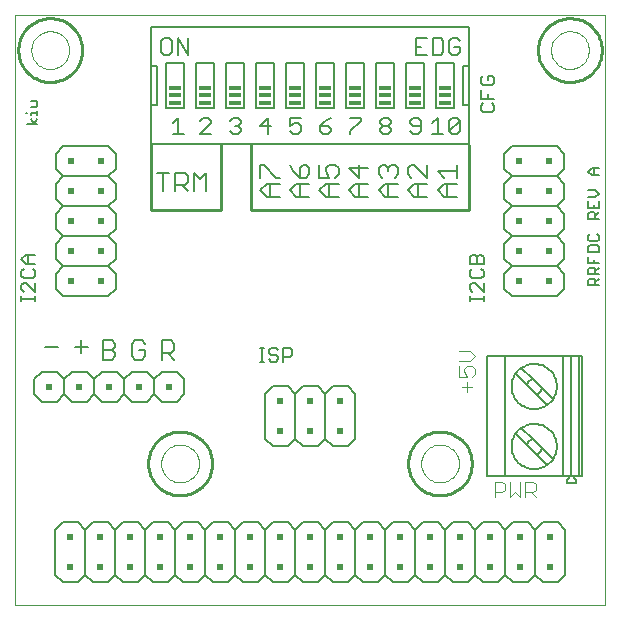
<source format=gto>
G75*
G70*
%OFA0B0*%
%FSLAX24Y24*%
%IPPOS*%
%LPD*%
%AMOC8*
5,1,8,0,0,1.08239X$1,22.5*
%
%ADD10C,0.0000*%
%ADD11C,0.0060*%
%ADD12C,0.0050*%
%ADD13C,0.0100*%
%ADD14C,0.0040*%
%ADD15R,0.0200X0.0200*%
%ADD16R,0.0400X0.0150*%
%ADD17C,0.0080*%
D10*
X000377Y000377D02*
X020062Y000377D01*
X020062Y020062D01*
X000377Y020062D01*
X000377Y000377D01*
X005259Y005101D02*
X005261Y005151D01*
X005267Y005201D01*
X005277Y005250D01*
X005291Y005298D01*
X005308Y005345D01*
X005329Y005390D01*
X005354Y005434D01*
X005382Y005475D01*
X005414Y005514D01*
X005448Y005551D01*
X005485Y005585D01*
X005525Y005615D01*
X005567Y005642D01*
X005611Y005666D01*
X005657Y005687D01*
X005704Y005703D01*
X005752Y005716D01*
X005802Y005725D01*
X005851Y005730D01*
X005902Y005731D01*
X005952Y005728D01*
X006001Y005721D01*
X006050Y005710D01*
X006098Y005695D01*
X006144Y005677D01*
X006189Y005655D01*
X006232Y005629D01*
X006273Y005600D01*
X006312Y005568D01*
X006348Y005533D01*
X006380Y005495D01*
X006410Y005455D01*
X006437Y005412D01*
X006460Y005368D01*
X006479Y005322D01*
X006495Y005274D01*
X006507Y005225D01*
X006515Y005176D01*
X006519Y005126D01*
X006519Y005076D01*
X006515Y005026D01*
X006507Y004977D01*
X006495Y004928D01*
X006479Y004880D01*
X006460Y004834D01*
X006437Y004790D01*
X006410Y004747D01*
X006380Y004707D01*
X006348Y004669D01*
X006312Y004634D01*
X006273Y004602D01*
X006232Y004573D01*
X006189Y004547D01*
X006144Y004525D01*
X006098Y004507D01*
X006050Y004492D01*
X006001Y004481D01*
X005952Y004474D01*
X005902Y004471D01*
X005851Y004472D01*
X005802Y004477D01*
X005752Y004486D01*
X005704Y004499D01*
X005657Y004515D01*
X005611Y004536D01*
X005567Y004560D01*
X005525Y004587D01*
X005485Y004617D01*
X005448Y004651D01*
X005414Y004688D01*
X005382Y004727D01*
X005354Y004768D01*
X005329Y004812D01*
X005308Y004857D01*
X005291Y004904D01*
X005277Y004952D01*
X005267Y005001D01*
X005261Y005051D01*
X005259Y005101D01*
X013920Y005101D02*
X013922Y005151D01*
X013928Y005201D01*
X013938Y005250D01*
X013952Y005298D01*
X013969Y005345D01*
X013990Y005390D01*
X014015Y005434D01*
X014043Y005475D01*
X014075Y005514D01*
X014109Y005551D01*
X014146Y005585D01*
X014186Y005615D01*
X014228Y005642D01*
X014272Y005666D01*
X014318Y005687D01*
X014365Y005703D01*
X014413Y005716D01*
X014463Y005725D01*
X014512Y005730D01*
X014563Y005731D01*
X014613Y005728D01*
X014662Y005721D01*
X014711Y005710D01*
X014759Y005695D01*
X014805Y005677D01*
X014850Y005655D01*
X014893Y005629D01*
X014934Y005600D01*
X014973Y005568D01*
X015009Y005533D01*
X015041Y005495D01*
X015071Y005455D01*
X015098Y005412D01*
X015121Y005368D01*
X015140Y005322D01*
X015156Y005274D01*
X015168Y005225D01*
X015176Y005176D01*
X015180Y005126D01*
X015180Y005076D01*
X015176Y005026D01*
X015168Y004977D01*
X015156Y004928D01*
X015140Y004880D01*
X015121Y004834D01*
X015098Y004790D01*
X015071Y004747D01*
X015041Y004707D01*
X015009Y004669D01*
X014973Y004634D01*
X014934Y004602D01*
X014893Y004573D01*
X014850Y004547D01*
X014805Y004525D01*
X014759Y004507D01*
X014711Y004492D01*
X014662Y004481D01*
X014613Y004474D01*
X014563Y004471D01*
X014512Y004472D01*
X014463Y004477D01*
X014413Y004486D01*
X014365Y004499D01*
X014318Y004515D01*
X014272Y004536D01*
X014228Y004560D01*
X014186Y004587D01*
X014146Y004617D01*
X014109Y004651D01*
X014075Y004688D01*
X014043Y004727D01*
X014015Y004768D01*
X013990Y004812D01*
X013969Y004857D01*
X013952Y004904D01*
X013938Y004952D01*
X013928Y005001D01*
X013922Y005051D01*
X013920Y005101D01*
X018251Y018881D02*
X018253Y018931D01*
X018259Y018981D01*
X018269Y019030D01*
X018283Y019078D01*
X018300Y019125D01*
X018321Y019170D01*
X018346Y019214D01*
X018374Y019255D01*
X018406Y019294D01*
X018440Y019331D01*
X018477Y019365D01*
X018517Y019395D01*
X018559Y019422D01*
X018603Y019446D01*
X018649Y019467D01*
X018696Y019483D01*
X018744Y019496D01*
X018794Y019505D01*
X018843Y019510D01*
X018894Y019511D01*
X018944Y019508D01*
X018993Y019501D01*
X019042Y019490D01*
X019090Y019475D01*
X019136Y019457D01*
X019181Y019435D01*
X019224Y019409D01*
X019265Y019380D01*
X019304Y019348D01*
X019340Y019313D01*
X019372Y019275D01*
X019402Y019235D01*
X019429Y019192D01*
X019452Y019148D01*
X019471Y019102D01*
X019487Y019054D01*
X019499Y019005D01*
X019507Y018956D01*
X019511Y018906D01*
X019511Y018856D01*
X019507Y018806D01*
X019499Y018757D01*
X019487Y018708D01*
X019471Y018660D01*
X019452Y018614D01*
X019429Y018570D01*
X019402Y018527D01*
X019372Y018487D01*
X019340Y018449D01*
X019304Y018414D01*
X019265Y018382D01*
X019224Y018353D01*
X019181Y018327D01*
X019136Y018305D01*
X019090Y018287D01*
X019042Y018272D01*
X018993Y018261D01*
X018944Y018254D01*
X018894Y018251D01*
X018843Y018252D01*
X018794Y018257D01*
X018744Y018266D01*
X018696Y018279D01*
X018649Y018295D01*
X018603Y018316D01*
X018559Y018340D01*
X018517Y018367D01*
X018477Y018397D01*
X018440Y018431D01*
X018406Y018468D01*
X018374Y018507D01*
X018346Y018548D01*
X018321Y018592D01*
X018300Y018637D01*
X018283Y018684D01*
X018269Y018732D01*
X018259Y018781D01*
X018253Y018831D01*
X018251Y018881D01*
X000928Y018881D02*
X000930Y018931D01*
X000936Y018981D01*
X000946Y019030D01*
X000960Y019078D01*
X000977Y019125D01*
X000998Y019170D01*
X001023Y019214D01*
X001051Y019255D01*
X001083Y019294D01*
X001117Y019331D01*
X001154Y019365D01*
X001194Y019395D01*
X001236Y019422D01*
X001280Y019446D01*
X001326Y019467D01*
X001373Y019483D01*
X001421Y019496D01*
X001471Y019505D01*
X001520Y019510D01*
X001571Y019511D01*
X001621Y019508D01*
X001670Y019501D01*
X001719Y019490D01*
X001767Y019475D01*
X001813Y019457D01*
X001858Y019435D01*
X001901Y019409D01*
X001942Y019380D01*
X001981Y019348D01*
X002017Y019313D01*
X002049Y019275D01*
X002079Y019235D01*
X002106Y019192D01*
X002129Y019148D01*
X002148Y019102D01*
X002164Y019054D01*
X002176Y019005D01*
X002184Y018956D01*
X002188Y018906D01*
X002188Y018856D01*
X002184Y018806D01*
X002176Y018757D01*
X002164Y018708D01*
X002148Y018660D01*
X002129Y018614D01*
X002106Y018570D01*
X002079Y018527D01*
X002049Y018487D01*
X002017Y018449D01*
X001981Y018414D01*
X001942Y018382D01*
X001901Y018353D01*
X001858Y018327D01*
X001813Y018305D01*
X001767Y018287D01*
X001719Y018272D01*
X001670Y018261D01*
X001621Y018254D01*
X001571Y018251D01*
X001520Y018252D01*
X001471Y018257D01*
X001421Y018266D01*
X001373Y018279D01*
X001326Y018295D01*
X001280Y018316D01*
X001236Y018340D01*
X001194Y018367D01*
X001154Y018397D01*
X001117Y018431D01*
X001083Y018468D01*
X001051Y018507D01*
X001023Y018548D01*
X000998Y018592D01*
X000977Y018637D01*
X000960Y018684D01*
X000946Y018732D01*
X000936Y018781D01*
X000930Y018831D01*
X000928Y018881D01*
D11*
X000907Y017195D02*
X001134Y017195D01*
X001134Y017024D01*
X001078Y016968D01*
X000907Y016968D01*
X000907Y016779D02*
X001134Y016779D01*
X001134Y016722D02*
X001134Y016836D01*
X000907Y016779D02*
X000907Y016722D01*
X000794Y016779D02*
X000737Y016779D01*
X000907Y016585D02*
X001021Y016415D01*
X001134Y016585D01*
X001134Y016415D02*
X000794Y016415D01*
X001739Y015422D02*
X001739Y014922D01*
X001989Y014672D01*
X003489Y014672D01*
X003739Y014422D01*
X003739Y013922D01*
X003489Y013672D01*
X001989Y013672D01*
X001739Y013422D01*
X001739Y012922D01*
X001989Y012672D01*
X001739Y012422D01*
X001739Y011922D01*
X001989Y011672D01*
X001739Y011422D01*
X001739Y010922D01*
X001989Y010672D01*
X003489Y010672D01*
X003739Y010922D01*
X003739Y011422D01*
X003489Y011672D01*
X001989Y011672D01*
X001989Y012672D02*
X003489Y012672D01*
X003739Y012422D01*
X003739Y011922D01*
X003489Y011672D01*
X003489Y012672D02*
X003739Y012922D01*
X003739Y013422D01*
X003489Y013672D01*
X003489Y014672D02*
X003739Y014922D01*
X003739Y015422D01*
X003489Y015672D01*
X001989Y015672D01*
X001739Y015422D01*
X001989Y014672D02*
X001739Y014422D01*
X001739Y013922D01*
X001989Y013672D01*
X004919Y015750D02*
X004919Y017050D01*
X004919Y018350D01*
X005119Y018350D01*
X005119Y017050D01*
X004919Y017050D01*
X005419Y016950D02*
X006019Y016950D01*
X006019Y018450D01*
X005419Y018450D01*
X005419Y016950D01*
X005830Y016620D02*
X005649Y016440D01*
X005830Y016620D02*
X005830Y016080D01*
X006010Y016080D02*
X005649Y016080D01*
X004919Y015750D02*
X015519Y015750D01*
X015519Y017050D01*
X015519Y018350D01*
X015519Y019650D01*
X004919Y019650D01*
X004919Y018350D01*
X005339Y018730D02*
X005520Y018730D01*
X005610Y018820D01*
X005610Y019180D01*
X005520Y019270D01*
X005339Y019270D01*
X005249Y019180D01*
X005249Y018820D01*
X005339Y018730D01*
X005802Y018730D02*
X005802Y019270D01*
X006162Y018730D01*
X006162Y019270D01*
X006419Y018450D02*
X007019Y018450D01*
X007019Y016950D01*
X006419Y016950D01*
X006419Y018450D01*
X007419Y018450D02*
X008019Y018450D01*
X008019Y016950D01*
X007419Y016950D01*
X007419Y018450D01*
X008419Y018450D02*
X009019Y018450D01*
X009019Y016950D01*
X008419Y016950D01*
X008419Y018450D01*
X009419Y018450D02*
X010019Y018450D01*
X010019Y016950D01*
X009419Y016950D01*
X009419Y018450D01*
X010419Y018450D02*
X011019Y018450D01*
X011019Y016950D01*
X010419Y016950D01*
X010419Y018450D01*
X011419Y018450D02*
X012019Y018450D01*
X012019Y016950D01*
X011419Y016950D01*
X011419Y018450D01*
X012419Y018450D02*
X013019Y018450D01*
X013019Y016950D01*
X012419Y016950D01*
X012419Y018450D01*
X013419Y018450D02*
X014019Y018450D01*
X014019Y016950D01*
X013419Y016950D01*
X013419Y018450D01*
X013749Y018730D02*
X014110Y018730D01*
X014302Y018730D02*
X014572Y018730D01*
X014662Y018820D01*
X014662Y019180D01*
X014572Y019270D01*
X014302Y019270D01*
X014302Y018730D01*
X014419Y018450D02*
X015019Y018450D01*
X015019Y016950D01*
X014419Y016950D01*
X014419Y018450D01*
X014854Y018820D02*
X014944Y018730D01*
X015125Y018730D01*
X015215Y018820D01*
X015215Y019000D01*
X015034Y019000D01*
X014854Y019180D02*
X014854Y018820D01*
X014854Y019180D02*
X014944Y019270D01*
X015125Y019270D01*
X015215Y019180D01*
X015319Y018350D02*
X015319Y017050D01*
X015519Y017050D01*
X015122Y016620D02*
X015212Y016530D01*
X014852Y016170D01*
X014942Y016080D01*
X015122Y016080D01*
X015212Y016170D01*
X015212Y016530D01*
X015122Y016620D02*
X014942Y016620D01*
X014852Y016530D01*
X014852Y016170D01*
X014660Y016080D02*
X014299Y016080D01*
X014480Y016080D02*
X014480Y016620D01*
X014299Y016440D01*
X013910Y016530D02*
X013910Y016170D01*
X013820Y016080D01*
X013639Y016080D01*
X013549Y016170D01*
X013639Y016350D02*
X013910Y016350D01*
X013910Y016530D02*
X013820Y016620D01*
X013639Y016620D01*
X013549Y016530D01*
X013549Y016440D01*
X013639Y016350D01*
X012910Y016440D02*
X012820Y016350D01*
X012639Y016350D01*
X012549Y016440D01*
X012549Y016530D01*
X012639Y016620D01*
X012820Y016620D01*
X012910Y016530D01*
X012910Y016440D01*
X012820Y016350D02*
X012910Y016260D01*
X012910Y016170D01*
X012820Y016080D01*
X012639Y016080D01*
X012549Y016170D01*
X012549Y016260D01*
X012639Y016350D01*
X011910Y016530D02*
X011549Y016170D01*
X011549Y016080D01*
X011910Y016530D02*
X011910Y016620D01*
X011549Y016620D01*
X010910Y016620D02*
X010730Y016530D01*
X010549Y016350D01*
X010820Y016350D01*
X010910Y016260D01*
X010910Y016170D01*
X010820Y016080D01*
X010639Y016080D01*
X010549Y016170D01*
X010549Y016350D01*
X009910Y016350D02*
X009910Y016170D01*
X009820Y016080D01*
X009639Y016080D01*
X009549Y016170D01*
X009549Y016350D02*
X009730Y016440D01*
X009820Y016440D01*
X009910Y016350D01*
X009910Y016620D02*
X009549Y016620D01*
X009549Y016350D01*
X008910Y016350D02*
X008549Y016350D01*
X008820Y016620D01*
X008820Y016080D01*
X007910Y016170D02*
X007820Y016080D01*
X007639Y016080D01*
X007549Y016170D01*
X007730Y016350D02*
X007820Y016350D01*
X007910Y016260D01*
X007910Y016170D01*
X007820Y016350D02*
X007910Y016440D01*
X007910Y016530D01*
X007820Y016620D01*
X007639Y016620D01*
X007549Y016530D01*
X006910Y016530D02*
X006820Y016620D01*
X006639Y016620D01*
X006549Y016530D01*
X006910Y016530D02*
X006910Y016440D01*
X006549Y016080D01*
X006910Y016080D01*
X008565Y015061D02*
X008565Y014634D01*
X008778Y014417D02*
X009205Y014417D01*
X009205Y014634D02*
X009098Y014634D01*
X008671Y015061D01*
X008565Y015061D01*
X008778Y014417D02*
X008565Y014203D01*
X008778Y013990D01*
X009205Y013990D01*
X009549Y014203D02*
X009762Y014417D01*
X010189Y014417D01*
X010083Y014634D02*
X009869Y014634D01*
X009869Y014954D01*
X009976Y015061D01*
X010083Y015061D01*
X010189Y014954D01*
X010189Y014741D01*
X010083Y014634D01*
X009869Y014634D02*
X009656Y014848D01*
X009549Y015061D01*
X009869Y014417D02*
X009869Y013990D01*
X009762Y013990D02*
X009549Y014203D01*
X009762Y013990D02*
X010189Y013990D01*
X010533Y014203D02*
X010747Y014417D01*
X011174Y014417D01*
X011067Y014634D02*
X011174Y014741D01*
X011174Y014954D01*
X011067Y015061D01*
X010853Y015061D01*
X010747Y014954D01*
X010747Y014848D01*
X010853Y014634D01*
X010533Y014634D01*
X010533Y015061D01*
X010853Y014417D02*
X010853Y013990D01*
X010747Y013990D02*
X010533Y014203D01*
X010747Y013990D02*
X011174Y013990D01*
X011517Y014203D02*
X011731Y014417D01*
X012158Y014417D01*
X011838Y014417D02*
X011838Y013990D01*
X011731Y013990D02*
X011517Y014203D01*
X011731Y013990D02*
X012158Y013990D01*
X012502Y014203D02*
X012715Y014417D01*
X013142Y014417D01*
X013035Y014634D02*
X013142Y014741D01*
X013142Y014954D01*
X013035Y015061D01*
X012929Y015061D01*
X012822Y014954D01*
X012822Y014848D01*
X012822Y014954D02*
X012715Y015061D01*
X012608Y015061D01*
X012502Y014954D01*
X012502Y014741D01*
X012608Y014634D01*
X012822Y014417D02*
X012822Y013990D01*
X012715Y013990D02*
X012502Y014203D01*
X012715Y013990D02*
X013142Y013990D01*
X013486Y014203D02*
X013699Y014417D01*
X014126Y014417D01*
X014126Y014634D02*
X013699Y015061D01*
X013593Y015061D01*
X013486Y014954D01*
X013486Y014741D01*
X013593Y014634D01*
X013806Y014417D02*
X013806Y013990D01*
X013699Y013990D02*
X013486Y014203D01*
X013699Y013990D02*
X014126Y013990D01*
X014470Y014203D02*
X014684Y014417D01*
X015111Y014417D01*
X015111Y014634D02*
X015111Y015061D01*
X015111Y014848D02*
X014470Y014848D01*
X014684Y014634D01*
X014790Y014417D02*
X014790Y013990D01*
X014684Y013990D02*
X014470Y014203D01*
X014684Y013990D02*
X015111Y013990D01*
X014126Y014634D02*
X014126Y015061D01*
X012158Y014954D02*
X011517Y014954D01*
X011838Y014634D01*
X011838Y015061D01*
X008885Y014417D02*
X008885Y013990D01*
X005594Y009206D02*
X005274Y009206D01*
X005274Y008565D01*
X005274Y008779D02*
X005594Y008779D01*
X005701Y008885D01*
X005701Y009099D01*
X005594Y009206D01*
X005488Y008779D02*
X005701Y008565D01*
X005776Y008160D02*
X005276Y008160D01*
X005026Y007910D01*
X004776Y008160D01*
X004276Y008160D01*
X004026Y007910D01*
X004026Y007410D01*
X004276Y007160D01*
X004776Y007160D01*
X005026Y007410D01*
X005026Y007910D01*
X005026Y007410D02*
X005276Y007160D01*
X005776Y007160D01*
X006026Y007410D01*
X006026Y007910D01*
X005776Y008160D01*
X004717Y008672D02*
X004717Y008885D01*
X004503Y008885D01*
X004717Y008672D02*
X004610Y008565D01*
X004397Y008565D01*
X004290Y008672D01*
X004290Y009099D01*
X004397Y009206D01*
X004610Y009206D01*
X004717Y009099D01*
X003733Y009099D02*
X003733Y008992D01*
X003626Y008885D01*
X003306Y008885D01*
X003626Y008885D02*
X003733Y008779D01*
X003733Y008672D01*
X003626Y008565D01*
X003306Y008565D01*
X003306Y009206D01*
X003626Y009206D01*
X003733Y009099D01*
X002802Y008995D02*
X002375Y008995D01*
X002589Y009208D02*
X002589Y008781D01*
X002776Y008160D02*
X002276Y008160D01*
X002026Y007910D01*
X001776Y008160D01*
X001276Y008160D01*
X001026Y007910D01*
X001026Y007410D01*
X001276Y007160D01*
X001776Y007160D01*
X002026Y007410D01*
X002026Y007910D01*
X002026Y007410D02*
X002276Y007160D01*
X002776Y007160D01*
X003026Y007410D01*
X003026Y007910D01*
X002776Y008160D01*
X003026Y007910D02*
X003276Y008160D01*
X003776Y008160D01*
X004026Y007910D01*
X004026Y007410D02*
X003776Y007160D01*
X003276Y007160D01*
X003026Y007410D01*
X001818Y008995D02*
X001391Y008995D01*
X001969Y003149D02*
X002469Y003149D01*
X002719Y002899D01*
X002719Y001399D01*
X002469Y001149D01*
X001969Y001149D01*
X001719Y001399D01*
X001719Y002899D01*
X001969Y003149D01*
X002719Y002899D02*
X002969Y003149D01*
X003469Y003149D01*
X003719Y002899D01*
X003719Y001399D01*
X003469Y001149D01*
X002969Y001149D01*
X002719Y001399D01*
X003719Y001399D02*
X003969Y001149D01*
X004469Y001149D01*
X004719Y001399D01*
X004719Y002899D01*
X004969Y003149D01*
X005469Y003149D01*
X005719Y002899D01*
X005719Y001399D01*
X005469Y001149D01*
X004969Y001149D01*
X004719Y001399D01*
X005719Y001399D02*
X005969Y001149D01*
X006469Y001149D01*
X006719Y001399D01*
X006719Y002899D01*
X006969Y003149D01*
X007469Y003149D01*
X007719Y002899D01*
X007719Y001399D01*
X007469Y001149D01*
X006969Y001149D01*
X006719Y001399D01*
X007719Y001399D02*
X007969Y001149D01*
X008469Y001149D01*
X008719Y001399D01*
X008719Y002899D01*
X008969Y003149D01*
X009469Y003149D01*
X009719Y002899D01*
X009719Y001399D01*
X009469Y001149D01*
X008969Y001149D01*
X008719Y001399D01*
X009719Y001399D02*
X009969Y001149D01*
X010469Y001149D01*
X010719Y001399D01*
X010719Y002899D01*
X010969Y003149D01*
X011469Y003149D01*
X011719Y002899D01*
X011719Y001399D01*
X011469Y001149D01*
X010969Y001149D01*
X010719Y001399D01*
X011719Y001399D02*
X011969Y001149D01*
X012469Y001149D01*
X012719Y001399D01*
X012719Y002899D01*
X012469Y003149D01*
X011969Y003149D01*
X011719Y002899D01*
X010719Y002899D02*
X010469Y003149D01*
X009969Y003149D01*
X009719Y002899D01*
X008719Y002899D02*
X008469Y003149D01*
X007969Y003149D01*
X007719Y002899D01*
X006719Y002899D02*
X006469Y003149D01*
X005969Y003149D01*
X005719Y002899D01*
X004719Y002899D02*
X004469Y003149D01*
X003969Y003149D01*
X003719Y002899D01*
X008719Y005926D02*
X008719Y007426D01*
X008969Y007676D01*
X009469Y007676D01*
X009719Y007426D01*
X009719Y005926D01*
X009469Y005676D01*
X008969Y005676D01*
X008719Y005926D01*
X009719Y005926D02*
X009969Y005676D01*
X010469Y005676D01*
X010719Y005926D01*
X010719Y007426D01*
X010469Y007676D01*
X009969Y007676D01*
X009719Y007426D01*
X010719Y007426D02*
X010969Y007676D01*
X011469Y007676D01*
X011719Y007426D01*
X011719Y005926D01*
X011469Y005676D01*
X010969Y005676D01*
X010719Y005926D01*
X012969Y003149D02*
X012719Y002899D01*
X012969Y003149D02*
X013469Y003149D01*
X013719Y002899D01*
X013719Y001399D01*
X013469Y001149D01*
X012969Y001149D01*
X012719Y001399D01*
X013719Y001399D02*
X013969Y001149D01*
X014469Y001149D01*
X014719Y001399D01*
X014719Y002899D01*
X014469Y003149D01*
X013969Y003149D01*
X013719Y002899D01*
X014719Y002899D02*
X014969Y003149D01*
X015469Y003149D01*
X015719Y002899D01*
X015719Y001399D01*
X015469Y001149D01*
X014969Y001149D01*
X014719Y001399D01*
X015719Y001399D02*
X015969Y001149D01*
X016469Y001149D01*
X016719Y001399D01*
X016719Y002899D01*
X016469Y003149D01*
X015969Y003149D01*
X015719Y002899D01*
X016719Y002899D02*
X016969Y003149D01*
X017469Y003149D01*
X017719Y002899D01*
X017719Y001399D01*
X017469Y001149D01*
X016969Y001149D01*
X016719Y001399D01*
X017719Y001399D02*
X017969Y001149D01*
X018469Y001149D01*
X018719Y001399D01*
X018719Y002899D01*
X018469Y003149D01*
X017969Y003149D01*
X017719Y002899D01*
X018450Y010672D02*
X016950Y010672D01*
X016700Y010922D01*
X016700Y011422D01*
X016950Y011672D01*
X018450Y011672D01*
X018700Y011422D01*
X018700Y010922D01*
X018450Y010672D01*
X018450Y011672D02*
X018700Y011922D01*
X018700Y012422D01*
X018450Y012672D01*
X016950Y012672D01*
X016700Y012422D01*
X016700Y011922D01*
X016950Y011672D01*
X016950Y012672D02*
X016700Y012922D01*
X016700Y013422D01*
X016950Y013672D01*
X018450Y013672D01*
X018700Y013422D01*
X018700Y012922D01*
X018450Y012672D01*
X018450Y013672D02*
X018700Y013922D01*
X018700Y014422D01*
X018450Y014672D01*
X016950Y014672D01*
X016700Y014422D01*
X016700Y013922D01*
X016950Y013672D01*
X016950Y014672D02*
X016700Y014922D01*
X016700Y015422D01*
X016950Y015672D01*
X018450Y015672D01*
X018700Y015422D01*
X018700Y014922D01*
X018450Y014672D01*
X019501Y014833D02*
X019614Y014947D01*
X019841Y014947D01*
X019671Y014947D02*
X019671Y014720D01*
X019614Y014720D02*
X019501Y014833D01*
X019614Y014720D02*
X019841Y014720D01*
X019728Y014210D02*
X019501Y014210D01*
X019501Y013983D02*
X019728Y013983D01*
X019841Y014097D01*
X019728Y014210D01*
X019841Y013842D02*
X019841Y013615D01*
X019501Y013615D01*
X019501Y013842D01*
X019671Y013728D02*
X019671Y013615D01*
X019671Y013474D02*
X019558Y013474D01*
X019501Y013417D01*
X019501Y013247D01*
X019841Y013247D01*
X019728Y013247D02*
X019728Y013417D01*
X019671Y013474D01*
X019728Y013360D02*
X019841Y013474D01*
X019785Y012737D02*
X019841Y012680D01*
X019841Y012567D01*
X019785Y012510D01*
X019558Y012510D01*
X019501Y012567D01*
X019501Y012680D01*
X019558Y012737D01*
X019558Y012369D02*
X019501Y012312D01*
X019501Y012142D01*
X019841Y012142D01*
X019841Y012312D01*
X019785Y012369D01*
X019558Y012369D01*
X019501Y012000D02*
X019501Y011773D01*
X019841Y011773D01*
X019841Y011632D02*
X019728Y011519D01*
X019728Y011575D02*
X019728Y011405D01*
X019841Y011405D02*
X019501Y011405D01*
X019501Y011575D01*
X019558Y011632D01*
X019671Y011632D01*
X019728Y011575D01*
X019671Y011773D02*
X019671Y011887D01*
X019671Y011264D02*
X019558Y011264D01*
X019501Y011207D01*
X019501Y011037D01*
X019841Y011037D01*
X019728Y011037D02*
X019728Y011207D01*
X019671Y011264D01*
X019728Y011150D02*
X019841Y011264D01*
X015519Y018350D02*
X015319Y018350D01*
X014110Y019270D02*
X013749Y019270D01*
X013749Y018730D01*
X013749Y019000D02*
X013930Y019000D01*
D12*
X015912Y017951D02*
X015912Y017801D01*
X015987Y017726D01*
X016287Y017726D01*
X016362Y017801D01*
X016362Y017951D01*
X016287Y018026D01*
X016137Y018026D01*
X016137Y017876D01*
X015987Y018026D02*
X015912Y017951D01*
X015912Y017566D02*
X015912Y017266D01*
X016362Y017266D01*
X016287Y017106D02*
X016362Y017031D01*
X016362Y016880D01*
X016287Y016805D01*
X015987Y016805D01*
X015912Y016880D01*
X015912Y017031D01*
X015987Y017106D01*
X016137Y017266D02*
X016137Y017416D01*
X015934Y012053D02*
X016009Y011978D01*
X016009Y011752D01*
X015559Y011752D01*
X015559Y011978D01*
X015634Y012053D01*
X015709Y012053D01*
X015784Y011978D01*
X015784Y011752D01*
X015634Y011592D02*
X015559Y011517D01*
X015559Y011367D01*
X015634Y011292D01*
X015934Y011292D01*
X016009Y011367D01*
X016009Y011517D01*
X015934Y011592D01*
X015784Y011978D02*
X015859Y012053D01*
X015934Y012053D01*
X016009Y011132D02*
X016009Y010832D01*
X015709Y011132D01*
X015634Y011132D01*
X015559Y011057D01*
X015559Y010907D01*
X015634Y010832D01*
X015559Y010675D02*
X015559Y010525D01*
X015559Y010600D02*
X016009Y010600D01*
X016009Y010525D02*
X016009Y010675D01*
X009616Y008870D02*
X009616Y008720D01*
X009541Y008644D01*
X009315Y008644D01*
X009315Y008494D02*
X009315Y008945D01*
X009541Y008945D01*
X009616Y008870D01*
X009155Y008870D02*
X009080Y008945D01*
X008930Y008945D01*
X008855Y008870D01*
X008855Y008795D01*
X008930Y008720D01*
X009080Y008720D01*
X009155Y008644D01*
X009155Y008569D01*
X009080Y008494D01*
X008930Y008494D01*
X008855Y008569D01*
X008698Y008494D02*
X008548Y008494D01*
X008623Y008494D02*
X008623Y008945D01*
X008548Y008945D02*
X008698Y008945D01*
X006749Y014181D02*
X006749Y014792D01*
X006545Y014588D01*
X006342Y014792D01*
X006342Y014181D01*
X006141Y014181D02*
X005937Y014385D01*
X006039Y014385D02*
X005734Y014385D01*
X005734Y014181D02*
X005734Y014792D01*
X006039Y014792D01*
X006141Y014690D01*
X006141Y014487D01*
X006039Y014385D01*
X005533Y014792D02*
X005126Y014792D01*
X005330Y014792D02*
X005330Y014181D01*
X001049Y012053D02*
X000748Y012053D01*
X000598Y011903D01*
X000748Y011752D01*
X001049Y011752D01*
X000974Y011592D02*
X001049Y011517D01*
X001049Y011367D01*
X000974Y011292D01*
X000673Y011292D01*
X000598Y011367D01*
X000598Y011517D01*
X000673Y011592D01*
X000824Y011752D02*
X000824Y012053D01*
X000748Y011132D02*
X000673Y011132D01*
X000598Y011057D01*
X000598Y010907D01*
X000673Y010832D01*
X000598Y010675D02*
X000598Y010525D01*
X000598Y010600D02*
X001049Y010600D01*
X001049Y010525D02*
X001049Y010675D01*
X001049Y010832D02*
X000748Y011132D01*
X001049Y011132D02*
X001049Y010832D01*
D13*
X004904Y013566D02*
X007267Y013566D01*
X007267Y015731D01*
X008251Y015731D02*
X008251Y013566D01*
X015534Y013566D01*
X015534Y015731D01*
X017818Y018881D02*
X017820Y018946D01*
X017826Y019010D01*
X017836Y019074D01*
X017849Y019138D01*
X017867Y019200D01*
X017888Y019261D01*
X017913Y019321D01*
X017942Y019379D01*
X017974Y019436D01*
X018010Y019490D01*
X018048Y019542D01*
X018090Y019591D01*
X018135Y019638D01*
X018183Y019682D01*
X018233Y019724D01*
X018285Y019761D01*
X018340Y019796D01*
X018397Y019827D01*
X018456Y019855D01*
X018516Y019879D01*
X018577Y019900D01*
X018640Y019916D01*
X018704Y019929D01*
X018768Y019938D01*
X018832Y019943D01*
X018897Y019944D01*
X018962Y019941D01*
X019026Y019934D01*
X019090Y019923D01*
X019154Y019908D01*
X019216Y019890D01*
X019277Y019868D01*
X019336Y019842D01*
X019394Y019812D01*
X019449Y019779D01*
X019503Y019743D01*
X019555Y019703D01*
X019603Y019661D01*
X019650Y019615D01*
X019693Y019567D01*
X019733Y019516D01*
X019770Y019463D01*
X019804Y019408D01*
X019835Y019351D01*
X019862Y019292D01*
X019885Y019231D01*
X019904Y019169D01*
X019920Y019106D01*
X019932Y019042D01*
X019940Y018978D01*
X019944Y018913D01*
X019944Y018849D01*
X019940Y018784D01*
X019932Y018720D01*
X019920Y018656D01*
X019904Y018593D01*
X019885Y018531D01*
X019862Y018470D01*
X019835Y018411D01*
X019804Y018354D01*
X019770Y018299D01*
X019733Y018246D01*
X019693Y018195D01*
X019650Y018147D01*
X019603Y018101D01*
X019555Y018059D01*
X019503Y018019D01*
X019449Y017983D01*
X019394Y017950D01*
X019336Y017920D01*
X019277Y017894D01*
X019216Y017872D01*
X019154Y017854D01*
X019090Y017839D01*
X019026Y017828D01*
X018962Y017821D01*
X018897Y017818D01*
X018832Y017819D01*
X018768Y017824D01*
X018704Y017833D01*
X018640Y017846D01*
X018577Y017862D01*
X018516Y017883D01*
X018456Y017907D01*
X018397Y017935D01*
X018340Y017966D01*
X018285Y018001D01*
X018233Y018038D01*
X018183Y018080D01*
X018135Y018124D01*
X018090Y018171D01*
X018048Y018220D01*
X018010Y018272D01*
X017974Y018326D01*
X017942Y018383D01*
X017913Y018441D01*
X017888Y018501D01*
X017867Y018562D01*
X017849Y018624D01*
X017836Y018688D01*
X017826Y018752D01*
X017820Y018816D01*
X017818Y018881D01*
X004904Y015731D02*
X004904Y013566D01*
X000495Y018881D02*
X000497Y018946D01*
X000503Y019010D01*
X000513Y019074D01*
X000526Y019138D01*
X000544Y019200D01*
X000565Y019261D01*
X000590Y019321D01*
X000619Y019379D01*
X000651Y019436D01*
X000687Y019490D01*
X000725Y019542D01*
X000767Y019591D01*
X000812Y019638D01*
X000860Y019682D01*
X000910Y019724D01*
X000962Y019761D01*
X001017Y019796D01*
X001074Y019827D01*
X001133Y019855D01*
X001193Y019879D01*
X001254Y019900D01*
X001317Y019916D01*
X001381Y019929D01*
X001445Y019938D01*
X001509Y019943D01*
X001574Y019944D01*
X001639Y019941D01*
X001703Y019934D01*
X001767Y019923D01*
X001831Y019908D01*
X001893Y019890D01*
X001954Y019868D01*
X002013Y019842D01*
X002071Y019812D01*
X002126Y019779D01*
X002180Y019743D01*
X002232Y019703D01*
X002280Y019661D01*
X002327Y019615D01*
X002370Y019567D01*
X002410Y019516D01*
X002447Y019463D01*
X002481Y019408D01*
X002512Y019351D01*
X002539Y019292D01*
X002562Y019231D01*
X002581Y019169D01*
X002597Y019106D01*
X002609Y019042D01*
X002617Y018978D01*
X002621Y018913D01*
X002621Y018849D01*
X002617Y018784D01*
X002609Y018720D01*
X002597Y018656D01*
X002581Y018593D01*
X002562Y018531D01*
X002539Y018470D01*
X002512Y018411D01*
X002481Y018354D01*
X002447Y018299D01*
X002410Y018246D01*
X002370Y018195D01*
X002327Y018147D01*
X002280Y018101D01*
X002232Y018059D01*
X002180Y018019D01*
X002126Y017983D01*
X002071Y017950D01*
X002013Y017920D01*
X001954Y017894D01*
X001893Y017872D01*
X001831Y017854D01*
X001767Y017839D01*
X001703Y017828D01*
X001639Y017821D01*
X001574Y017818D01*
X001509Y017819D01*
X001445Y017824D01*
X001381Y017833D01*
X001317Y017846D01*
X001254Y017862D01*
X001193Y017883D01*
X001133Y017907D01*
X001074Y017935D01*
X001017Y017966D01*
X000962Y018001D01*
X000910Y018038D01*
X000860Y018080D01*
X000812Y018124D01*
X000767Y018171D01*
X000725Y018220D01*
X000687Y018272D01*
X000651Y018326D01*
X000619Y018383D01*
X000590Y018441D01*
X000565Y018501D01*
X000544Y018562D01*
X000526Y018624D01*
X000513Y018688D01*
X000503Y018752D01*
X000497Y018816D01*
X000495Y018881D01*
X004826Y005101D02*
X004828Y005166D01*
X004834Y005230D01*
X004844Y005294D01*
X004857Y005358D01*
X004875Y005420D01*
X004896Y005481D01*
X004921Y005541D01*
X004950Y005599D01*
X004982Y005656D01*
X005018Y005710D01*
X005056Y005762D01*
X005098Y005811D01*
X005143Y005858D01*
X005191Y005902D01*
X005241Y005944D01*
X005293Y005981D01*
X005348Y006016D01*
X005405Y006047D01*
X005464Y006075D01*
X005524Y006099D01*
X005585Y006120D01*
X005648Y006136D01*
X005712Y006149D01*
X005776Y006158D01*
X005840Y006163D01*
X005905Y006164D01*
X005970Y006161D01*
X006034Y006154D01*
X006098Y006143D01*
X006162Y006128D01*
X006224Y006110D01*
X006285Y006088D01*
X006344Y006062D01*
X006402Y006032D01*
X006457Y005999D01*
X006511Y005963D01*
X006563Y005923D01*
X006611Y005881D01*
X006658Y005835D01*
X006701Y005787D01*
X006741Y005736D01*
X006778Y005683D01*
X006812Y005628D01*
X006843Y005571D01*
X006870Y005512D01*
X006893Y005451D01*
X006912Y005389D01*
X006928Y005326D01*
X006940Y005262D01*
X006948Y005198D01*
X006952Y005133D01*
X006952Y005069D01*
X006948Y005004D01*
X006940Y004940D01*
X006928Y004876D01*
X006912Y004813D01*
X006893Y004751D01*
X006870Y004690D01*
X006843Y004631D01*
X006812Y004574D01*
X006778Y004519D01*
X006741Y004466D01*
X006701Y004415D01*
X006658Y004367D01*
X006611Y004321D01*
X006563Y004279D01*
X006511Y004239D01*
X006457Y004203D01*
X006402Y004170D01*
X006344Y004140D01*
X006285Y004114D01*
X006224Y004092D01*
X006162Y004074D01*
X006098Y004059D01*
X006034Y004048D01*
X005970Y004041D01*
X005905Y004038D01*
X005840Y004039D01*
X005776Y004044D01*
X005712Y004053D01*
X005648Y004066D01*
X005585Y004082D01*
X005524Y004103D01*
X005464Y004127D01*
X005405Y004155D01*
X005348Y004186D01*
X005293Y004221D01*
X005241Y004258D01*
X005191Y004300D01*
X005143Y004344D01*
X005098Y004391D01*
X005056Y004440D01*
X005018Y004492D01*
X004982Y004546D01*
X004950Y004603D01*
X004921Y004661D01*
X004896Y004721D01*
X004875Y004782D01*
X004857Y004844D01*
X004844Y004908D01*
X004834Y004972D01*
X004828Y005036D01*
X004826Y005101D01*
X013487Y005101D02*
X013489Y005166D01*
X013495Y005230D01*
X013505Y005294D01*
X013518Y005358D01*
X013536Y005420D01*
X013557Y005481D01*
X013582Y005541D01*
X013611Y005599D01*
X013643Y005656D01*
X013679Y005710D01*
X013717Y005762D01*
X013759Y005811D01*
X013804Y005858D01*
X013852Y005902D01*
X013902Y005944D01*
X013954Y005981D01*
X014009Y006016D01*
X014066Y006047D01*
X014125Y006075D01*
X014185Y006099D01*
X014246Y006120D01*
X014309Y006136D01*
X014373Y006149D01*
X014437Y006158D01*
X014501Y006163D01*
X014566Y006164D01*
X014631Y006161D01*
X014695Y006154D01*
X014759Y006143D01*
X014823Y006128D01*
X014885Y006110D01*
X014946Y006088D01*
X015005Y006062D01*
X015063Y006032D01*
X015118Y005999D01*
X015172Y005963D01*
X015224Y005923D01*
X015272Y005881D01*
X015319Y005835D01*
X015362Y005787D01*
X015402Y005736D01*
X015439Y005683D01*
X015473Y005628D01*
X015504Y005571D01*
X015531Y005512D01*
X015554Y005451D01*
X015573Y005389D01*
X015589Y005326D01*
X015601Y005262D01*
X015609Y005198D01*
X015613Y005133D01*
X015613Y005069D01*
X015609Y005004D01*
X015601Y004940D01*
X015589Y004876D01*
X015573Y004813D01*
X015554Y004751D01*
X015531Y004690D01*
X015504Y004631D01*
X015473Y004574D01*
X015439Y004519D01*
X015402Y004466D01*
X015362Y004415D01*
X015319Y004367D01*
X015272Y004321D01*
X015224Y004279D01*
X015172Y004239D01*
X015118Y004203D01*
X015063Y004170D01*
X015005Y004140D01*
X014946Y004114D01*
X014885Y004092D01*
X014823Y004074D01*
X014759Y004059D01*
X014695Y004048D01*
X014631Y004041D01*
X014566Y004038D01*
X014501Y004039D01*
X014437Y004044D01*
X014373Y004053D01*
X014309Y004066D01*
X014246Y004082D01*
X014185Y004103D01*
X014125Y004127D01*
X014066Y004155D01*
X014009Y004186D01*
X013954Y004221D01*
X013902Y004258D01*
X013852Y004300D01*
X013804Y004344D01*
X013759Y004391D01*
X013717Y004440D01*
X013679Y004492D01*
X013643Y004546D01*
X013611Y004603D01*
X013582Y004661D01*
X013557Y004721D01*
X013536Y004782D01*
X013518Y004844D01*
X013505Y004908D01*
X013495Y004972D01*
X013489Y005036D01*
X013487Y005101D01*
D14*
X015451Y007483D02*
X015451Y007830D01*
X015451Y007999D02*
X015191Y007999D01*
X015191Y008346D01*
X015191Y008515D02*
X015538Y008515D01*
X015711Y008688D01*
X015538Y008862D01*
X015191Y008862D01*
X015451Y008346D02*
X015624Y008346D01*
X015711Y008259D01*
X015711Y008086D01*
X015624Y007999D01*
X015451Y007999D02*
X015364Y008173D01*
X015364Y008259D01*
X015451Y008346D01*
X015277Y007657D02*
X015624Y007657D01*
X016370Y004491D02*
X016630Y004491D01*
X016717Y004404D01*
X016717Y004231D01*
X016630Y004144D01*
X016370Y004144D01*
X016370Y003971D02*
X016370Y004491D01*
X016885Y004491D02*
X016885Y003971D01*
X017059Y004144D01*
X017232Y003971D01*
X017232Y004491D01*
X017401Y004491D02*
X017661Y004491D01*
X017748Y004404D01*
X017748Y004231D01*
X017661Y004144D01*
X017401Y004144D01*
X017401Y003971D02*
X017401Y004491D01*
X017574Y004144D02*
X017748Y003971D01*
D15*
X018219Y002649D03*
X018219Y001649D03*
X017219Y001649D03*
X017219Y002649D03*
X016219Y002649D03*
X016219Y001649D03*
X015219Y001649D03*
X015219Y002649D03*
X014219Y002649D03*
X014219Y001649D03*
X013219Y001649D03*
X013219Y002649D03*
X012219Y002649D03*
X012219Y001649D03*
X011219Y001649D03*
X011219Y002649D03*
X010219Y002649D03*
X009219Y002649D03*
X009219Y001649D03*
X008219Y001649D03*
X008219Y002649D03*
X007219Y002649D03*
X007219Y001649D03*
X006219Y001649D03*
X006219Y002649D03*
X005219Y002649D03*
X005219Y001649D03*
X004219Y001649D03*
X004219Y002649D03*
X003219Y002649D03*
X003219Y001649D03*
X002219Y001649D03*
X002219Y002649D03*
X002526Y007660D03*
X001526Y007660D03*
X003526Y007660D03*
X004526Y007660D03*
X005526Y007660D03*
X003239Y011172D03*
X002239Y011172D03*
X002239Y012172D03*
X003239Y012172D03*
X003239Y013172D03*
X002239Y013172D03*
X002239Y014172D03*
X003239Y014172D03*
X003239Y015172D03*
X002239Y015172D03*
X009219Y007176D03*
X009219Y006176D03*
X010219Y006176D03*
X010219Y007176D03*
X011219Y007176D03*
X011219Y006176D03*
X010219Y001649D03*
X017200Y011172D03*
X018200Y011172D03*
X018200Y012172D03*
X018200Y013172D03*
X018200Y014172D03*
X018200Y015172D03*
X017200Y015172D03*
X017200Y014172D03*
X017200Y013172D03*
X017200Y012172D03*
D16*
X014719Y017125D03*
X014719Y017375D03*
X014719Y017625D03*
X013719Y017625D03*
X013719Y017375D03*
X013719Y017125D03*
X012719Y017125D03*
X012719Y017375D03*
X012719Y017625D03*
X011719Y017625D03*
X011719Y017375D03*
X011719Y017125D03*
X010719Y017125D03*
X010719Y017375D03*
X010719Y017625D03*
X009719Y017625D03*
X009719Y017375D03*
X009719Y017125D03*
X008719Y017125D03*
X008719Y017375D03*
X008719Y017625D03*
X007719Y017625D03*
X007719Y017375D03*
X007719Y017125D03*
X006719Y017125D03*
X006719Y017375D03*
X006719Y017625D03*
X005719Y017625D03*
X005719Y017375D03*
X005719Y017125D03*
D17*
X016105Y008668D02*
X016105Y004668D01*
X016706Y004668D01*
X016896Y004668D01*
X018470Y004668D01*
X018663Y004668D01*
X018663Y008668D01*
X018931Y008668D01*
X019176Y008668D01*
X019294Y008668D01*
X019294Y004668D01*
X019176Y004668D01*
X019176Y008668D01*
X018931Y008668D02*
X018931Y004668D01*
X019010Y004668D01*
X019176Y004668D01*
X019069Y004547D02*
X019010Y004617D01*
X019010Y004668D01*
X018931Y004668D02*
X018847Y004668D01*
X018663Y004668D01*
X018787Y004547D02*
X018847Y004617D01*
X018847Y004668D01*
X018787Y004547D02*
X018787Y004443D01*
X019069Y004443D01*
X019069Y004547D01*
X018307Y005245D02*
X017948Y005605D01*
X017885Y005668D01*
X017637Y005916D01*
X017267Y006285D01*
X017073Y006090D02*
X017448Y005715D01*
X017495Y005668D01*
X017747Y005416D01*
X018112Y005050D01*
X017747Y005416D02*
X017775Y005423D01*
X017802Y005433D01*
X017828Y005447D01*
X017853Y005463D01*
X017875Y005481D01*
X017895Y005502D01*
X017913Y005526D01*
X017928Y005551D01*
X017939Y005577D01*
X017948Y005605D01*
X017637Y005916D02*
X017609Y005907D01*
X017583Y005896D01*
X017558Y005881D01*
X017534Y005863D01*
X017513Y005843D01*
X017495Y005821D01*
X017479Y005796D01*
X017465Y005770D01*
X017455Y005743D01*
X017448Y005715D01*
X016936Y005668D02*
X016938Y005722D01*
X016944Y005777D01*
X016954Y005830D01*
X016967Y005883D01*
X016985Y005934D01*
X017006Y005985D01*
X017030Y006033D01*
X017058Y006080D01*
X017090Y006124D01*
X017124Y006166D01*
X017162Y006206D01*
X017202Y006243D01*
X017245Y006276D01*
X017290Y006307D01*
X017337Y006334D01*
X017386Y006358D01*
X017436Y006378D01*
X017488Y006395D01*
X017541Y006407D01*
X017595Y006416D01*
X017649Y006421D01*
X017704Y006422D01*
X017758Y006419D01*
X017812Y006412D01*
X017865Y006401D01*
X017918Y006387D01*
X017969Y006368D01*
X018019Y006346D01*
X018067Y006321D01*
X018113Y006292D01*
X018157Y006260D01*
X018199Y006225D01*
X018237Y006187D01*
X018273Y006146D01*
X018306Y006102D01*
X018336Y006057D01*
X018362Y006009D01*
X018385Y005960D01*
X018405Y005909D01*
X018420Y005857D01*
X018432Y005803D01*
X018440Y005750D01*
X018444Y005695D01*
X018444Y005641D01*
X018440Y005586D01*
X018432Y005533D01*
X018420Y005479D01*
X018405Y005427D01*
X018385Y005376D01*
X018362Y005327D01*
X018336Y005279D01*
X018306Y005234D01*
X018273Y005190D01*
X018237Y005149D01*
X018199Y005111D01*
X018157Y005076D01*
X018113Y005044D01*
X018067Y005015D01*
X018019Y004990D01*
X017969Y004968D01*
X017918Y004949D01*
X017865Y004935D01*
X017812Y004924D01*
X017758Y004917D01*
X017704Y004914D01*
X017649Y004915D01*
X017595Y004920D01*
X017541Y004929D01*
X017488Y004941D01*
X017436Y004958D01*
X017386Y004978D01*
X017337Y005002D01*
X017290Y005029D01*
X017245Y005060D01*
X017202Y005093D01*
X017162Y005130D01*
X017124Y005170D01*
X017090Y005212D01*
X017058Y005256D01*
X017030Y005303D01*
X017006Y005351D01*
X016985Y005402D01*
X016967Y005453D01*
X016954Y005506D01*
X016944Y005559D01*
X016938Y005614D01*
X016936Y005668D01*
X016706Y004668D02*
X016706Y008668D01*
X016105Y008668D01*
X016706Y008668D02*
X016896Y008668D01*
X018470Y008668D01*
X018663Y008668D01*
X017885Y007668D02*
X017637Y007916D01*
X017267Y008285D01*
X017073Y008090D02*
X017448Y007715D01*
X017495Y007668D01*
X017747Y007416D01*
X018112Y007050D01*
X018307Y007245D02*
X017948Y007605D01*
X017885Y007668D01*
X017948Y007605D02*
X017939Y007577D01*
X017928Y007551D01*
X017913Y007526D01*
X017895Y007502D01*
X017875Y007481D01*
X017853Y007463D01*
X017828Y007447D01*
X017802Y007433D01*
X017775Y007423D01*
X017747Y007416D01*
X017448Y007715D02*
X017455Y007743D01*
X017465Y007770D01*
X017479Y007796D01*
X017495Y007821D01*
X017513Y007843D01*
X017534Y007863D01*
X017558Y007881D01*
X017583Y007896D01*
X017609Y007907D01*
X017637Y007916D01*
X016936Y007668D02*
X016938Y007722D01*
X016944Y007777D01*
X016954Y007830D01*
X016967Y007883D01*
X016985Y007934D01*
X017006Y007985D01*
X017030Y008033D01*
X017058Y008080D01*
X017090Y008124D01*
X017124Y008166D01*
X017162Y008206D01*
X017202Y008243D01*
X017245Y008276D01*
X017290Y008307D01*
X017337Y008334D01*
X017386Y008358D01*
X017436Y008378D01*
X017488Y008395D01*
X017541Y008407D01*
X017595Y008416D01*
X017649Y008421D01*
X017704Y008422D01*
X017758Y008419D01*
X017812Y008412D01*
X017865Y008401D01*
X017918Y008387D01*
X017969Y008368D01*
X018019Y008346D01*
X018067Y008321D01*
X018113Y008292D01*
X018157Y008260D01*
X018199Y008225D01*
X018237Y008187D01*
X018273Y008146D01*
X018306Y008102D01*
X018336Y008057D01*
X018362Y008009D01*
X018385Y007960D01*
X018405Y007909D01*
X018420Y007857D01*
X018432Y007803D01*
X018440Y007750D01*
X018444Y007695D01*
X018444Y007641D01*
X018440Y007586D01*
X018432Y007533D01*
X018420Y007479D01*
X018405Y007427D01*
X018385Y007376D01*
X018362Y007327D01*
X018336Y007279D01*
X018306Y007234D01*
X018273Y007190D01*
X018237Y007149D01*
X018199Y007111D01*
X018157Y007076D01*
X018113Y007044D01*
X018067Y007015D01*
X018019Y006990D01*
X017969Y006968D01*
X017918Y006949D01*
X017865Y006935D01*
X017812Y006924D01*
X017758Y006917D01*
X017704Y006914D01*
X017649Y006915D01*
X017595Y006920D01*
X017541Y006929D01*
X017488Y006941D01*
X017436Y006958D01*
X017386Y006978D01*
X017337Y007002D01*
X017290Y007029D01*
X017245Y007060D01*
X017202Y007093D01*
X017162Y007130D01*
X017124Y007170D01*
X017090Y007212D01*
X017058Y007256D01*
X017030Y007303D01*
X017006Y007351D01*
X016985Y007402D01*
X016967Y007453D01*
X016954Y007506D01*
X016944Y007559D01*
X016938Y007614D01*
X016936Y007668D01*
M02*

</source>
